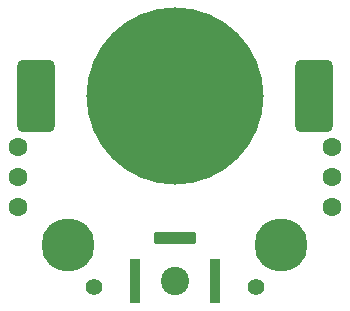
<source format=gbr>
%TF.GenerationSoftware,KiCad,Pcbnew,9.0.2*%
%TF.CreationDate,2025-07-12T02:23:40+02:00*%
%TF.ProjectId,Clock1.2,436c6f63-6b31-42e3-922e-6b696361645f,rev?*%
%TF.SameCoordinates,Original*%
%TF.FileFunction,Soldermask,Bot*%
%TF.FilePolarity,Negative*%
%FSLAX46Y46*%
G04 Gerber Fmt 4.6, Leading zero omitted, Abs format (unit mm)*
G04 Created by KiCad (PCBNEW 9.0.2) date 2025-07-12 02:23:40*
%MOMM*%
%LPD*%
G01*
G04 APERTURE LIST*
G04 Aperture macros list*
%AMRoundRect*
0 Rectangle with rounded corners*
0 $1 Rounding radius*
0 $2 $3 $4 $5 $6 $7 $8 $9 X,Y pos of 4 corners*
0 Add a 4 corners polygon primitive as box body*
4,1,4,$2,$3,$4,$5,$6,$7,$8,$9,$2,$3,0*
0 Add four circle primitives for the rounded corners*
1,1,$1+$1,$2,$3*
1,1,$1+$1,$4,$5*
1,1,$1+$1,$6,$7*
1,1,$1+$1,$8,$9*
0 Add four rect primitives between the rounded corners*
20,1,$1+$1,$2,$3,$4,$5,0*
20,1,$1+$1,$4,$5,$6,$7,0*
20,1,$1+$1,$6,$7,$8,$9,0*
20,1,$1+$1,$8,$9,$2,$3,0*%
G04 Aperture macros list end*
%ADD10C,1.600000*%
%ADD11C,4.500000*%
%ADD12RoundRect,0.135000X0.315000X1.765000X-0.315000X1.765000X-0.315000X-1.765000X0.315000X-1.765000X0*%
%ADD13RoundRect,0.165000X1.635000X0.385000X-1.635000X0.385000X-1.635000X-0.385000X1.635000X-0.385000X0*%
%ADD14C,2.400000*%
%ADD15C,1.400000*%
%ADD16RoundRect,0.480000X-1.120000X-2.570000X1.120000X-2.570000X1.120000X2.570000X-1.120000X2.570000X0*%
%ADD17C,15.000000*%
G04 APERTURE END LIST*
D10*
%TO.C,S3*%
X86700000Y-104930000D03*
%TD*%
D11*
%TO.C,GS4*%
X90975000Y-108100000D03*
%TD*%
D10*
%TO.C,GND*%
X113300000Y-104930000D03*
%TD*%
%TO.C,UPDI*%
X113300000Y-99850000D03*
%TD*%
D12*
%TO.C,BackupBT1*%
X103400000Y-111175000D03*
D13*
X100000000Y-107525000D03*
D12*
X96600000Y-111175000D03*
D14*
X100000000Y-111175000D03*
%TD*%
D11*
%TO.C,GS3*%
X109025000Y-108100000D03*
%TD*%
D10*
%TO.C,S1*%
X86700000Y-99850000D03*
%TD*%
D15*
%TO.C,GS2*%
X106875000Y-111650000D03*
%TD*%
%TO.C,GS1*%
X93125000Y-111650000D03*
%TD*%
D10*
%TO.C,VCC*%
X113300000Y-102390000D03*
%TD*%
%TO.C,S2*%
X86700000Y-102390000D03*
%TD*%
D16*
%TO.C,BT1*%
X88250000Y-95500000D03*
X111750000Y-95500000D03*
D17*
X100000000Y-95500000D03*
%TD*%
M02*

</source>
